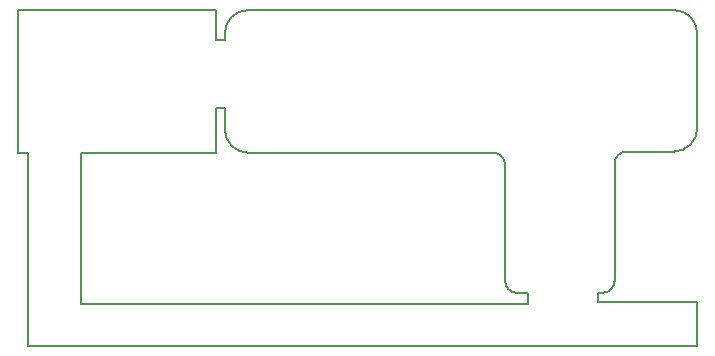
<source format=gbr>
%TF.GenerationSoftware,KiCad,Pcbnew,(6.0.10)*%
%TF.CreationDate,2023-01-23T13:10:33-05:00*%
%TF.ProjectId,nfdb_mkii,6e666462-5f6d-46b6-9969-2e6b69636164,rev?*%
%TF.SameCoordinates,Original*%
%TF.FileFunction,Profile,NP*%
%FSLAX46Y46*%
G04 Gerber Fmt 4.6, Leading zero omitted, Abs format (unit mm)*
G04 Created by KiCad (PCBNEW (6.0.10)) date 2023-01-23 13:10:33*
%MOMM*%
%LPD*%
G01*
G04 APERTURE LIST*
%TA.AperFunction,Profile*%
%ADD10C,0.200000*%
%TD*%
G04 APERTURE END LIST*
D10*
X120964200Y-31617000D02*
G75*
G03*
X122964251Y-33617000I2000000J0D01*
G01*
X144699251Y-44467000D02*
X144699251Y-34617000D01*
X152590000Y-46275000D02*
X152590000Y-45467000D01*
X146605000Y-45467000D02*
X145699251Y-45467000D01*
X144699300Y-44467000D02*
G75*
G03*
X145699251Y-45467000I1000000J0D01*
G01*
X120233200Y-24023000D02*
X120233200Y-21517001D01*
X104338950Y-33617000D02*
X103478200Y-33617000D01*
X160964251Y-46275000D02*
X160964251Y-50000000D01*
X160964251Y-31517000D02*
X160964251Y-23517000D01*
X108818950Y-33617000D02*
X120233200Y-33617000D01*
X160964251Y-46275000D02*
X152590000Y-46275000D01*
X104338950Y-33617000D02*
X104338950Y-50000000D01*
X143699251Y-33617000D02*
X122964251Y-33617000D01*
X120982200Y-29823000D02*
X120233200Y-29823000D01*
X154964251Y-33516951D02*
G75*
G03*
X153964251Y-34517000I49J-1000049D01*
G01*
X146605000Y-45467000D02*
X146605000Y-46402000D01*
X103476000Y-21517001D02*
X120233200Y-21517001D01*
X103478200Y-33617000D02*
X103476000Y-21517000D01*
X108818950Y-46402000D02*
X146605000Y-46402000D01*
X158964251Y-33517000D02*
X154964251Y-33517000D01*
X160964251Y-50000000D02*
X104338950Y-50000000D01*
X160964300Y-23516999D02*
G75*
G03*
X158964251Y-21517000I-2000000J-1D01*
G01*
X152964251Y-45466951D02*
G75*
G03*
X153964251Y-44467000I49J999951D01*
G01*
X158964251Y-33516951D02*
G75*
G03*
X160964251Y-31517000I49J1999951D01*
G01*
X153964251Y-44467000D02*
X153964251Y-34517000D01*
X120982200Y-24023000D02*
X120964251Y-23517000D01*
X120233200Y-29823000D02*
X120233200Y-33617000D01*
X144699200Y-34617000D02*
G75*
G03*
X143699251Y-33617000I-1000000J0D01*
G01*
X120233200Y-24023000D02*
X120982200Y-24023000D01*
X152964251Y-45467000D02*
X152590000Y-45467000D01*
X120982200Y-29823000D02*
X120964252Y-31617000D01*
X108818950Y-46402000D02*
X108818950Y-33617000D01*
X122964250Y-21517051D02*
G75*
G03*
X120964251Y-23517000I-50J-1999949D01*
G01*
X122964250Y-21517001D02*
X158964251Y-21517000D01*
M02*

</source>
